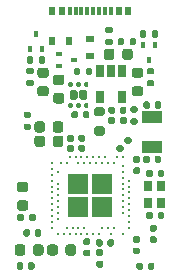
<source format=gbr>
%TF.GenerationSoftware,KiCad,Pcbnew,(5.1.9)-1*%
%TF.CreationDate,2021-01-22T02:53:34+08:00*%
%TF.ProjectId,akami,616b616d-692e-46b6-9963-61645f706362,rev?*%
%TF.SameCoordinates,Original*%
%TF.FileFunction,Paste,Top*%
%TF.FilePolarity,Positive*%
%FSLAX46Y46*%
G04 Gerber Fmt 4.6, Leading zero omitted, Abs format (unit mm)*
G04 Created by KiCad (PCBNEW (5.1.9)-1) date 2021-01-22 02:53:34*
%MOMM*%
%LPD*%
G01*
G04 APERTURE LIST*
%ADD10R,0.700000X0.600000*%
%ADD11R,0.600000X0.700000*%
%ADD12R,0.400000X0.510000*%
%ADD13R,0.510000X0.400000*%
%ADD14R,0.650000X1.060000*%
%ADD15R,1.800000X1.000000*%
%ADD16R,0.800000X0.900000*%
%ADD17R,0.300000X0.800000*%
%ADD18R,0.540000X0.800000*%
%ADD19R,1.700000X1.700000*%
%ADD20C,0.250000*%
G04 APERTURE END LIST*
%TO.C,D1*%
G36*
G01*
X-3743750Y4950000D02*
X-4256250Y4950000D01*
G75*
G02*
X-4475000Y5168750I0J218750D01*
G01*
X-4475000Y5606250D01*
G75*
G02*
X-4256250Y5825000I218750J0D01*
G01*
X-3743750Y5825000D01*
G75*
G02*
X-3525000Y5606250I0J-218750D01*
G01*
X-3525000Y5168750D01*
G75*
G02*
X-3743750Y4950000I-218750J0D01*
G01*
G37*
G36*
G01*
X-3743750Y3375000D02*
X-4256250Y3375000D01*
G75*
G02*
X-4475000Y3593750I0J218750D01*
G01*
X-4475000Y4031250D01*
G75*
G02*
X-4256250Y4250000I218750J0D01*
G01*
X-3743750Y4250000D01*
G75*
G02*
X-3525000Y4031250I0J-218750D01*
G01*
X-3525000Y3593750D01*
G75*
G02*
X-3743750Y3375000I-218750J0D01*
G01*
G37*
%TD*%
%TO.C,D3*%
G36*
G01*
X4256250Y4950000D02*
X3743750Y4950000D01*
G75*
G02*
X3525000Y5168750I0J218750D01*
G01*
X3525000Y5606250D01*
G75*
G02*
X3743750Y5825000I218750J0D01*
G01*
X4256250Y5825000D01*
G75*
G02*
X4475000Y5606250I0J-218750D01*
G01*
X4475000Y5168750D01*
G75*
G02*
X4256250Y4950000I-218750J0D01*
G01*
G37*
G36*
G01*
X4256250Y3375000D02*
X3743750Y3375000D01*
G75*
G02*
X3525000Y3593750I0J218750D01*
G01*
X3525000Y4031250D01*
G75*
G02*
X3743750Y4250000I218750J0D01*
G01*
X4256250Y4250000D01*
G75*
G02*
X4475000Y4031250I0J-218750D01*
G01*
X4475000Y3593750D01*
G75*
G02*
X4256250Y3375000I-218750J0D01*
G01*
G37*
%TD*%
D10*
%TO.C,D2*%
X0Y6800000D03*
X0Y8200000D03*
%TD*%
D11*
%TO.C,D4*%
X-1800000Y8100000D03*
X-3200000Y8100000D03*
%TD*%
D12*
%TO.C,Q1*%
X4470000Y7745000D03*
X4970000Y6455000D03*
X5470000Y7745000D03*
%TD*%
D13*
%TO.C,Q2*%
X-2670000Y5930000D03*
X-1380000Y6430000D03*
X-2670000Y6930000D03*
%TD*%
D12*
%TO.C,Q3*%
X-4110000Y7365000D03*
X-4610000Y8655000D03*
X-5110000Y7365000D03*
%TD*%
%TO.C,U3*%
G36*
G01*
X-427500Y3065000D02*
X-772500Y3065000D01*
G75*
G02*
X-945000Y3237500I0J172500D01*
G01*
X-945000Y3762500D01*
G75*
G02*
X-772500Y3935000I172500J0D01*
G01*
X-427500Y3935000D01*
G75*
G02*
X-255000Y3762500I0J-172500D01*
G01*
X-255000Y3237500D01*
G75*
G02*
X-427500Y3065000I-172500J0D01*
G01*
G37*
G36*
G01*
X-1227500Y3065000D02*
X-1572500Y3065000D01*
G75*
G02*
X-1745000Y3237500I0J172500D01*
G01*
X-1745000Y3762500D01*
G75*
G02*
X-1572500Y3935000I172500J0D01*
G01*
X-1227500Y3935000D01*
G75*
G02*
X-1055000Y3762500I0J-172500D01*
G01*
X-1055000Y3237500D01*
G75*
G02*
X-1227500Y3065000I-172500J0D01*
G01*
G37*
G36*
G01*
X-1543750Y4200000D02*
X-1756250Y4200000D01*
G75*
G02*
X-1850000Y4293750I0J93750D01*
G01*
X-1850000Y4481250D01*
G75*
G02*
X-1756250Y4575000I93750J0D01*
G01*
X-1543750Y4575000D01*
G75*
G02*
X-1450000Y4481250I0J-93750D01*
G01*
X-1450000Y4293750D01*
G75*
G02*
X-1543750Y4200000I-93750J0D01*
G01*
G37*
G36*
G01*
X-893750Y4200000D02*
X-1106250Y4200000D01*
G75*
G02*
X-1200000Y4293750I0J93750D01*
G01*
X-1200000Y4481250D01*
G75*
G02*
X-1106250Y4575000I93750J0D01*
G01*
X-893750Y4575000D01*
G75*
G02*
X-800000Y4481250I0J-93750D01*
G01*
X-800000Y4293750D01*
G75*
G02*
X-893750Y4200000I-93750J0D01*
G01*
G37*
G36*
G01*
X-243750Y4200000D02*
X-456250Y4200000D01*
G75*
G02*
X-550000Y4293750I0J93750D01*
G01*
X-550000Y4481250D01*
G75*
G02*
X-456250Y4575000I93750J0D01*
G01*
X-243750Y4575000D01*
G75*
G02*
X-150000Y4481250I0J-93750D01*
G01*
X-150000Y4293750D01*
G75*
G02*
X-243750Y4200000I-93750J0D01*
G01*
G37*
G36*
G01*
X-243750Y2425000D02*
X-456250Y2425000D01*
G75*
G02*
X-550000Y2518750I0J93750D01*
G01*
X-550000Y2706250D01*
G75*
G02*
X-456250Y2800000I93750J0D01*
G01*
X-243750Y2800000D01*
G75*
G02*
X-150000Y2706250I0J-93750D01*
G01*
X-150000Y2518750D01*
G75*
G02*
X-243750Y2425000I-93750J0D01*
G01*
G37*
G36*
G01*
X-893750Y2425000D02*
X-1106250Y2425000D01*
G75*
G02*
X-1200000Y2518750I0J93750D01*
G01*
X-1200000Y2706250D01*
G75*
G02*
X-1106250Y2800000I93750J0D01*
G01*
X-893750Y2800000D01*
G75*
G02*
X-800000Y2706250I0J-93750D01*
G01*
X-800000Y2518750D01*
G75*
G02*
X-893750Y2425000I-93750J0D01*
G01*
G37*
G36*
G01*
X-1543750Y2425000D02*
X-1756250Y2425000D01*
G75*
G02*
X-1850000Y2518750I0J93750D01*
G01*
X-1850000Y2706250D01*
G75*
G02*
X-1756250Y2800000I93750J0D01*
G01*
X-1543750Y2800000D01*
G75*
G02*
X-1450000Y2706250I0J-93750D01*
G01*
X-1450000Y2518750D01*
G75*
G02*
X-1543750Y2425000I-93750J0D01*
G01*
G37*
%TD*%
%TO.C,R2*%
G36*
G01*
X-4850000Y6655000D02*
X-4850000Y6285000D01*
G75*
G02*
X-4985000Y6150000I-135000J0D01*
G01*
X-5255000Y6150000D01*
G75*
G02*
X-5390000Y6285000I0J135000D01*
G01*
X-5390000Y6655000D01*
G75*
G02*
X-5255000Y6790000I135000J0D01*
G01*
X-4985000Y6790000D01*
G75*
G02*
X-4850000Y6655000I0J-135000D01*
G01*
G37*
G36*
G01*
X-3830000Y6655000D02*
X-3830000Y6285000D01*
G75*
G02*
X-3965000Y6150000I-135000J0D01*
G01*
X-4235000Y6150000D01*
G75*
G02*
X-4370000Y6285000I0J135000D01*
G01*
X-4370000Y6655000D01*
G75*
G02*
X-4235000Y6790000I135000J0D01*
G01*
X-3965000Y6790000D01*
G75*
G02*
X-3830000Y6655000I0J-135000D01*
G01*
G37*
%TD*%
%TO.C,R1*%
G36*
G01*
X5210000Y8455000D02*
X5210000Y8825000D01*
G75*
G02*
X5345000Y8960000I135000J0D01*
G01*
X5615000Y8960000D01*
G75*
G02*
X5750000Y8825000I0J-135000D01*
G01*
X5750000Y8455000D01*
G75*
G02*
X5615000Y8320000I-135000J0D01*
G01*
X5345000Y8320000D01*
G75*
G02*
X5210000Y8455000I0J135000D01*
G01*
G37*
G36*
G01*
X4190000Y8455000D02*
X4190000Y8825000D01*
G75*
G02*
X4325000Y8960000I135000J0D01*
G01*
X4595000Y8960000D01*
G75*
G02*
X4730000Y8825000I0J-135000D01*
G01*
X4730000Y8455000D01*
G75*
G02*
X4595000Y8320000I-135000J0D01*
G01*
X4325000Y8320000D01*
G75*
G02*
X4190000Y8455000I0J135000D01*
G01*
G37*
%TD*%
%TO.C,C24*%
G36*
G01*
X-1590000Y1660000D02*
X-1590000Y2000000D01*
G75*
G02*
X-1450000Y2140000I140000J0D01*
G01*
X-1170000Y2140000D01*
G75*
G02*
X-1030000Y2000000I0J-140000D01*
G01*
X-1030000Y1660000D01*
G75*
G02*
X-1170000Y1520000I-140000J0D01*
G01*
X-1450000Y1520000D01*
G75*
G02*
X-1590000Y1660000I0J140000D01*
G01*
G37*
G36*
G01*
X-630000Y1660000D02*
X-630000Y2000000D01*
G75*
G02*
X-490000Y2140000I140000J0D01*
G01*
X-210000Y2140000D01*
G75*
G02*
X-70000Y2000000I0J-140000D01*
G01*
X-70000Y1660000D01*
G75*
G02*
X-210000Y1520000I-140000J0D01*
G01*
X-490000Y1520000D01*
G75*
G02*
X-630000Y1660000I0J140000D01*
G01*
G37*
%TD*%
D14*
%TO.C,U2*%
X2700000Y3300000D03*
X800000Y3300000D03*
X800000Y5500000D03*
X1750000Y5500000D03*
X2700000Y5500000D03*
%TD*%
D15*
%TO.C,Y2*%
X5250000Y-900000D03*
X5250000Y1600000D03*
%TD*%
%TO.C,R11*%
G36*
G01*
X495000Y840000D02*
X1045000Y840000D01*
G75*
G02*
X1245000Y640000I0J-200000D01*
G01*
X1245000Y240000D01*
G75*
G02*
X1045000Y40000I-200000J0D01*
G01*
X495000Y40000D01*
G75*
G02*
X295000Y240000I0J200000D01*
G01*
X295000Y640000D01*
G75*
G02*
X495000Y840000I200000J0D01*
G01*
G37*
G36*
G01*
X495000Y2490000D02*
X1045000Y2490000D01*
G75*
G02*
X1245000Y2290000I0J-200000D01*
G01*
X1245000Y1890000D01*
G75*
G02*
X1045000Y1690000I-200000J0D01*
G01*
X495000Y1690000D01*
G75*
G02*
X295000Y1890000I0J200000D01*
G01*
X295000Y2290000D01*
G75*
G02*
X495000Y2490000I200000J0D01*
G01*
G37*
%TD*%
%TO.C,C16*%
G36*
G01*
X-5500000Y-9375000D02*
X-5500000Y-9875000D01*
G75*
G02*
X-5725000Y-10100000I-225000J0D01*
G01*
X-6175000Y-10100000D01*
G75*
G02*
X-6400000Y-9875000I0J225000D01*
G01*
X-6400000Y-9375000D01*
G75*
G02*
X-6175000Y-9150000I225000J0D01*
G01*
X-5725000Y-9150000D01*
G75*
G02*
X-5500000Y-9375000I0J-225000D01*
G01*
G37*
G36*
G01*
X-3950000Y-9375000D02*
X-3950000Y-9875000D01*
G75*
G02*
X-4175000Y-10100000I-225000J0D01*
G01*
X-4625000Y-10100000D01*
G75*
G02*
X-4850000Y-9875000I0J225000D01*
G01*
X-4850000Y-9375000D01*
G75*
G02*
X-4625000Y-9150000I225000J0D01*
G01*
X-4175000Y-9150000D01*
G75*
G02*
X-3950000Y-9375000I0J-225000D01*
G01*
G37*
%TD*%
%TO.C,C22*%
G36*
G01*
X3730000Y-9425000D02*
X4070000Y-9425000D01*
G75*
G02*
X4210000Y-9565000I0J-140000D01*
G01*
X4210000Y-9845000D01*
G75*
G02*
X4070000Y-9985000I-140000J0D01*
G01*
X3730000Y-9985000D01*
G75*
G02*
X3590000Y-9845000I0J140000D01*
G01*
X3590000Y-9565000D01*
G75*
G02*
X3730000Y-9425000I140000J0D01*
G01*
G37*
G36*
G01*
X3730000Y-8465000D02*
X4070000Y-8465000D01*
G75*
G02*
X4210000Y-8605000I0J-140000D01*
G01*
X4210000Y-8885000D01*
G75*
G02*
X4070000Y-9025000I-140000J0D01*
G01*
X3730000Y-9025000D01*
G75*
G02*
X3590000Y-8885000I0J140000D01*
G01*
X3590000Y-8605000D01*
G75*
G02*
X3730000Y-8465000I140000J0D01*
G01*
G37*
%TD*%
%TO.C,R4*%
G36*
G01*
X3080000Y1510000D02*
X3080000Y1140000D01*
G75*
G02*
X2945000Y1005000I-135000J0D01*
G01*
X2675000Y1005000D01*
G75*
G02*
X2540000Y1140000I0J135000D01*
G01*
X2540000Y1510000D01*
G75*
G02*
X2675000Y1645000I135000J0D01*
G01*
X2945000Y1645000D01*
G75*
G02*
X3080000Y1510000I0J-135000D01*
G01*
G37*
G36*
G01*
X2060000Y1510000D02*
X2060000Y1140000D01*
G75*
G02*
X1925000Y1005000I-135000J0D01*
G01*
X1655000Y1005000D01*
G75*
G02*
X1520000Y1140000I0J135000D01*
G01*
X1520000Y1510000D01*
G75*
G02*
X1655000Y1645000I135000J0D01*
G01*
X1925000Y1645000D01*
G75*
G02*
X2060000Y1510000I0J-135000D01*
G01*
G37*
%TD*%
%TO.C,R3*%
G36*
G01*
X-850000Y5675000D02*
X-850000Y5305000D01*
G75*
G02*
X-985000Y5170000I-135000J0D01*
G01*
X-1255000Y5170000D01*
G75*
G02*
X-1390000Y5305000I0J135000D01*
G01*
X-1390000Y5675000D01*
G75*
G02*
X-1255000Y5810000I135000J0D01*
G01*
X-985000Y5810000D01*
G75*
G02*
X-850000Y5675000I0J-135000D01*
G01*
G37*
G36*
G01*
X170000Y5675000D02*
X170000Y5305000D01*
G75*
G02*
X35000Y5170000I-135000J0D01*
G01*
X-235000Y5170000D01*
G75*
G02*
X-370000Y5305000I0J135000D01*
G01*
X-370000Y5675000D01*
G75*
G02*
X-235000Y5810000I135000J0D01*
G01*
X35000Y5810000D01*
G75*
G02*
X170000Y5675000I0J-135000D01*
G01*
G37*
%TD*%
%TO.C,R10*%
G36*
G01*
X2850000Y8195000D02*
X2850000Y7825000D01*
G75*
G02*
X2715000Y7690000I-135000J0D01*
G01*
X2445000Y7690000D01*
G75*
G02*
X2310000Y7825000I0J135000D01*
G01*
X2310000Y8195000D01*
G75*
G02*
X2445000Y8330000I135000J0D01*
G01*
X2715000Y8330000D01*
G75*
G02*
X2850000Y8195000I0J-135000D01*
G01*
G37*
G36*
G01*
X3870000Y8195000D02*
X3870000Y7825000D01*
G75*
G02*
X3735000Y7690000I-135000J0D01*
G01*
X3465000Y7690000D01*
G75*
G02*
X3330000Y7825000I0J135000D01*
G01*
X3330000Y8195000D01*
G75*
G02*
X3465000Y8330000I135000J0D01*
G01*
X3735000Y8330000D01*
G75*
G02*
X3870000Y8195000I0J-135000D01*
G01*
G37*
%TD*%
D16*
%TO.C,Y1*%
X5950000Y-5625000D03*
X5950000Y-4225000D03*
X4850000Y-4225000D03*
X4850000Y-5625000D03*
%TD*%
D17*
%TO.C,J1*%
X-1749700Y10573200D03*
X1250300Y10573200D03*
X250300Y10573200D03*
X-249700Y10573200D03*
X750300Y10573200D03*
X-749700Y10573200D03*
D18*
X-2399700Y10573200D03*
X2400300Y10573200D03*
X3200300Y10573200D03*
X-3199700Y10573200D03*
D17*
X-1249700Y10573200D03*
X1758300Y10573200D03*
%TD*%
D19*
%TO.C,U1*%
X-1000000Y-6000000D03*
X-1000000Y-4000000D03*
X1000000Y-6000000D03*
X1000000Y-4000000D03*
D20*
X2750000Y-8250000D03*
X2000000Y-7750000D03*
X3250000Y-3750000D03*
X2750000Y-2500000D03*
X-2750000Y-7000000D03*
X-3250000Y-7750000D03*
X-3250000Y-2250000D03*
X-2500000Y-2250000D03*
X-2000000Y-2250000D03*
X-1750000Y-1750000D03*
X-1250000Y-1750000D03*
X-750000Y-1750000D03*
X-250000Y-1750000D03*
X250000Y-1750000D03*
X750000Y-1750000D03*
X1250000Y-1750000D03*
X-1000000Y-2250000D03*
X-500000Y-2250000D03*
X0Y-2250000D03*
X500000Y-2250000D03*
X1000000Y-2250000D03*
X1500000Y-2250000D03*
X2250000Y-1750000D03*
X2000000Y-2250000D03*
X2750000Y-1750000D03*
X-3250000Y-2750000D03*
X-3250000Y-3250000D03*
X-3250000Y-3750000D03*
X-3250000Y-4250000D03*
X-3250000Y-4750000D03*
X-3250000Y-5250000D03*
X-3250000Y-5750000D03*
X-3250000Y-6250000D03*
X-3250000Y-6750000D03*
X-3250000Y-7250000D03*
X-2750000Y-6500000D03*
X-2750000Y-6000000D03*
X-2750000Y-5500000D03*
X-2750000Y-5000000D03*
X-2750000Y-4500000D03*
X-2750000Y-4000000D03*
X-2750000Y-3000000D03*
X2750000Y-3000000D03*
X2750000Y-3500000D03*
X2750000Y-4000000D03*
X2750000Y-4500000D03*
X2750000Y-5000000D03*
X2750000Y-5500000D03*
X2750000Y-6000000D03*
X2750000Y-6500000D03*
X3250000Y-4250000D03*
X3250000Y-4750000D03*
X3250000Y-5250000D03*
X3250000Y-5750000D03*
X3250000Y-6250000D03*
X3250000Y-6750000D03*
X3250000Y-7250000D03*
X3250000Y-7750000D03*
X1500000Y-7750000D03*
X1000000Y-7750000D03*
X-500000Y-7750000D03*
X-1000000Y-7750000D03*
X-1500000Y-7750000D03*
X-2000000Y-7750000D03*
X1750000Y-8250000D03*
X750000Y-8250000D03*
X250000Y-8250000D03*
X-250000Y-8250000D03*
X-750000Y-8250000D03*
X-1250000Y-8250000D03*
X-1750000Y-8250000D03*
X-2250000Y-8250000D03*
X-2750000Y-8250000D03*
%TD*%
%TO.C,R9*%
G36*
G01*
X1415000Y8260000D02*
X1785000Y8260000D01*
G75*
G02*
X1920000Y8125000I0J-135000D01*
G01*
X1920000Y7855000D01*
G75*
G02*
X1785000Y7720000I-135000J0D01*
G01*
X1415000Y7720000D01*
G75*
G02*
X1280000Y7855000I0J135000D01*
G01*
X1280000Y8125000D01*
G75*
G02*
X1415000Y8260000I135000J0D01*
G01*
G37*
G36*
G01*
X1415000Y9280000D02*
X1785000Y9280000D01*
G75*
G02*
X1920000Y9145000I0J-135000D01*
G01*
X1920000Y8875000D01*
G75*
G02*
X1785000Y8740000I-135000J0D01*
G01*
X1415000Y8740000D01*
G75*
G02*
X1280000Y8875000I0J135000D01*
G01*
X1280000Y9145000D01*
G75*
G02*
X1415000Y9280000I135000J0D01*
G01*
G37*
%TD*%
%TO.C,R8*%
G36*
G01*
X4915000Y4760000D02*
X5285000Y4760000D01*
G75*
G02*
X5420000Y4625000I0J-135000D01*
G01*
X5420000Y4355000D01*
G75*
G02*
X5285000Y4220000I-135000J0D01*
G01*
X4915000Y4220000D01*
G75*
G02*
X4780000Y4355000I0J135000D01*
G01*
X4780000Y4625000D01*
G75*
G02*
X4915000Y4760000I135000J0D01*
G01*
G37*
G36*
G01*
X4915000Y5780000D02*
X5285000Y5780000D01*
G75*
G02*
X5420000Y5645000I0J-135000D01*
G01*
X5420000Y5375000D01*
G75*
G02*
X5285000Y5240000I-135000J0D01*
G01*
X4915000Y5240000D01*
G75*
G02*
X4780000Y5375000I0J135000D01*
G01*
X4780000Y5645000D01*
G75*
G02*
X4915000Y5780000I135000J0D01*
G01*
G37*
%TD*%
%TO.C,R7*%
G36*
G01*
X3885000Y2000000D02*
X3515000Y2000000D01*
G75*
G02*
X3380000Y2135000I0J135000D01*
G01*
X3380000Y2405000D01*
G75*
G02*
X3515000Y2540000I135000J0D01*
G01*
X3885000Y2540000D01*
G75*
G02*
X4020000Y2405000I0J-135000D01*
G01*
X4020000Y2135000D01*
G75*
G02*
X3885000Y2000000I-135000J0D01*
G01*
G37*
G36*
G01*
X3885000Y980000D02*
X3515000Y980000D01*
G75*
G02*
X3380000Y1115000I0J135000D01*
G01*
X3380000Y1385000D01*
G75*
G02*
X3515000Y1520000I135000J0D01*
G01*
X3885000Y1520000D01*
G75*
G02*
X4020000Y1385000I0J-135000D01*
G01*
X4020000Y1115000D01*
G75*
G02*
X3885000Y980000I-135000J0D01*
G01*
G37*
%TD*%
%TO.C,R6*%
G36*
G01*
X-5515000Y1070000D02*
X-5145000Y1070000D01*
G75*
G02*
X-5010000Y935000I0J-135000D01*
G01*
X-5010000Y665000D01*
G75*
G02*
X-5145000Y530000I-135000J0D01*
G01*
X-5515000Y530000D01*
G75*
G02*
X-5650000Y665000I0J135000D01*
G01*
X-5650000Y935000D01*
G75*
G02*
X-5515000Y1070000I135000J0D01*
G01*
G37*
G36*
G01*
X-5515000Y2090000D02*
X-5145000Y2090000D01*
G75*
G02*
X-5010000Y1955000I0J-135000D01*
G01*
X-5010000Y1685000D01*
G75*
G02*
X-5145000Y1550000I-135000J0D01*
G01*
X-5515000Y1550000D01*
G75*
G02*
X-5650000Y1685000I0J135000D01*
G01*
X-5650000Y1955000D01*
G75*
G02*
X-5515000Y2090000I135000J0D01*
G01*
G37*
%TD*%
%TO.C,R5*%
G36*
G01*
X-5285000Y5780000D02*
X-4915000Y5780000D01*
G75*
G02*
X-4780000Y5645000I0J-135000D01*
G01*
X-4780000Y5375000D01*
G75*
G02*
X-4915000Y5240000I-135000J0D01*
G01*
X-5285000Y5240000D01*
G75*
G02*
X-5420000Y5375000I0J135000D01*
G01*
X-5420000Y5645000D01*
G75*
G02*
X-5285000Y5780000I135000J0D01*
G01*
G37*
G36*
G01*
X-5285000Y4760000D02*
X-4915000Y4760000D01*
G75*
G02*
X-4780000Y4625000I0J-135000D01*
G01*
X-4780000Y4355000D01*
G75*
G02*
X-4915000Y4220000I-135000J0D01*
G01*
X-5285000Y4220000D01*
G75*
G02*
X-5420000Y4355000I0J135000D01*
G01*
X-5420000Y4625000D01*
G75*
G02*
X-5285000Y4760000I135000J0D01*
G01*
G37*
%TD*%
%TO.C,L3*%
G36*
G01*
X-5468750Y-4725000D02*
X-5981250Y-4725000D01*
G75*
G02*
X-6200000Y-4506250I0J218750D01*
G01*
X-6200000Y-4068750D01*
G75*
G02*
X-5981250Y-3850000I218750J0D01*
G01*
X-5468750Y-3850000D01*
G75*
G02*
X-5250000Y-4068750I0J-218750D01*
G01*
X-5250000Y-4506250D01*
G75*
G02*
X-5468750Y-4725000I-218750J0D01*
G01*
G37*
G36*
G01*
X-5468750Y-6300000D02*
X-5981250Y-6300000D01*
G75*
G02*
X-6200000Y-6081250I0J218750D01*
G01*
X-6200000Y-5643750D01*
G75*
G02*
X-5981250Y-5425000I218750J0D01*
G01*
X-5468750Y-5425000D01*
G75*
G02*
X-5250000Y-5643750I0J-218750D01*
G01*
X-5250000Y-6081250D01*
G75*
G02*
X-5468750Y-6300000I-218750J0D01*
G01*
G37*
%TD*%
%TO.C,L2*%
G36*
G01*
X-5195000Y-7047500D02*
X-5195000Y-6702500D01*
G75*
G02*
X-5047500Y-6555000I147500J0D01*
G01*
X-4752500Y-6555000D01*
G75*
G02*
X-4605000Y-6702500I0J-147500D01*
G01*
X-4605000Y-7047500D01*
G75*
G02*
X-4752500Y-7195000I-147500J0D01*
G01*
X-5047500Y-7195000D01*
G75*
G02*
X-5195000Y-7047500I0J147500D01*
G01*
G37*
G36*
G01*
X-6165000Y-7047500D02*
X-6165000Y-6702500D01*
G75*
G02*
X-6017500Y-6555000I147500J0D01*
G01*
X-5722500Y-6555000D01*
G75*
G02*
X-5575000Y-6702500I0J-147500D01*
G01*
X-5575000Y-7047500D01*
G75*
G02*
X-5722500Y-7195000I-147500J0D01*
G01*
X-6017500Y-7195000D01*
G75*
G02*
X-6165000Y-7047500I0J147500D01*
G01*
G37*
%TD*%
%TO.C,L1*%
G36*
G01*
X972500Y-10145000D02*
X627500Y-10145000D01*
G75*
G02*
X480000Y-9997500I0J147500D01*
G01*
X480000Y-9702500D01*
G75*
G02*
X627500Y-9555000I147500J0D01*
G01*
X972500Y-9555000D01*
G75*
G02*
X1120000Y-9702500I0J-147500D01*
G01*
X1120000Y-9997500D01*
G75*
G02*
X972500Y-10145000I-147500J0D01*
G01*
G37*
G36*
G01*
X972500Y-11115000D02*
X627500Y-11115000D01*
G75*
G02*
X480000Y-10967500I0J147500D01*
G01*
X480000Y-10672500D01*
G75*
G02*
X627500Y-10525000I147500J0D01*
G01*
X972500Y-10525000D01*
G75*
G02*
X1120000Y-10672500I0J-147500D01*
G01*
X1120000Y-10967500D01*
G75*
G02*
X972500Y-11115000I-147500J0D01*
G01*
G37*
%TD*%
%TO.C,C21*%
G36*
G01*
X2700000Y6690000D02*
X2700000Y7190000D01*
G75*
G02*
X2925000Y7415000I225000J0D01*
G01*
X3375000Y7415000D01*
G75*
G02*
X3600000Y7190000I0J-225000D01*
G01*
X3600000Y6690000D01*
G75*
G02*
X3375000Y6465000I-225000J0D01*
G01*
X2925000Y6465000D01*
G75*
G02*
X2700000Y6690000I0J225000D01*
G01*
G37*
G36*
G01*
X1150000Y6690000D02*
X1150000Y7190000D01*
G75*
G02*
X1375000Y7415000I225000J0D01*
G01*
X1825000Y7415000D01*
G75*
G02*
X2050000Y7190000I0J-225000D01*
G01*
X2050000Y6690000D01*
G75*
G02*
X1825000Y6465000I-225000J0D01*
G01*
X1375000Y6465000D01*
G75*
G02*
X1150000Y6690000I0J225000D01*
G01*
G37*
%TD*%
%TO.C,C20*%
G36*
G01*
X-2425000Y4325000D02*
X-2925000Y4325000D01*
G75*
G02*
X-3150000Y4550000I0J225000D01*
G01*
X-3150000Y5000000D01*
G75*
G02*
X-2925000Y5225000I225000J0D01*
G01*
X-2425000Y5225000D01*
G75*
G02*
X-2200000Y5000000I0J-225000D01*
G01*
X-2200000Y4550000D01*
G75*
G02*
X-2425000Y4325000I-225000J0D01*
G01*
G37*
G36*
G01*
X-2425000Y2775000D02*
X-2925000Y2775000D01*
G75*
G02*
X-3150000Y3000000I0J225000D01*
G01*
X-3150000Y3450000D01*
G75*
G02*
X-2925000Y3675000I225000J0D01*
G01*
X-2425000Y3675000D01*
G75*
G02*
X-2200000Y3450000I0J-225000D01*
G01*
X-2200000Y3000000D01*
G75*
G02*
X-2425000Y2775000I-225000J0D01*
G01*
G37*
%TD*%
%TO.C,C19*%
G36*
G01*
X1540000Y2030000D02*
X1540000Y2370000D01*
G75*
G02*
X1680000Y2510000I140000J0D01*
G01*
X1960000Y2510000D01*
G75*
G02*
X2100000Y2370000I0J-140000D01*
G01*
X2100000Y2030000D01*
G75*
G02*
X1960000Y1890000I-140000J0D01*
G01*
X1680000Y1890000D01*
G75*
G02*
X1540000Y2030000I0J140000D01*
G01*
G37*
G36*
G01*
X2500000Y2030000D02*
X2500000Y2370000D01*
G75*
G02*
X2640000Y2510000I140000J0D01*
G01*
X2920000Y2510000D01*
G75*
G02*
X3060000Y2370000I0J-140000D01*
G01*
X3060000Y2030000D01*
G75*
G02*
X2920000Y1890000I-140000J0D01*
G01*
X2640000Y1890000D01*
G75*
G02*
X2500000Y2030000I0J140000D01*
G01*
G37*
%TD*%
%TO.C,C18*%
G36*
G01*
X6015000Y2820000D02*
X6015000Y2480000D01*
G75*
G02*
X5875000Y2340000I-140000J0D01*
G01*
X5595000Y2340000D01*
G75*
G02*
X5455000Y2480000I0J140000D01*
G01*
X5455000Y2820000D01*
G75*
G02*
X5595000Y2960000I140000J0D01*
G01*
X5875000Y2960000D01*
G75*
G02*
X6015000Y2820000I0J-140000D01*
G01*
G37*
G36*
G01*
X5055000Y2820000D02*
X5055000Y2480000D01*
G75*
G02*
X4915000Y2340000I-140000J0D01*
G01*
X4635000Y2340000D01*
G75*
G02*
X4495000Y2480000I0J140000D01*
G01*
X4495000Y2820000D01*
G75*
G02*
X4635000Y2960000I140000J0D01*
G01*
X4915000Y2960000D01*
G75*
G02*
X5055000Y2820000I0J-140000D01*
G01*
G37*
%TD*%
%TO.C,C17*%
G36*
G01*
X5050000Y-1780000D02*
X5050000Y-2120000D01*
G75*
G02*
X4910000Y-2260000I-140000J0D01*
G01*
X4630000Y-2260000D01*
G75*
G02*
X4490000Y-2120000I0J140000D01*
G01*
X4490000Y-1780000D01*
G75*
G02*
X4630000Y-1640000I140000J0D01*
G01*
X4910000Y-1640000D01*
G75*
G02*
X5050000Y-1780000I0J-140000D01*
G01*
G37*
G36*
G01*
X6010000Y-1780000D02*
X6010000Y-2120000D01*
G75*
G02*
X5870000Y-2260000I-140000J0D01*
G01*
X5590000Y-2260000D01*
G75*
G02*
X5450000Y-2120000I0J140000D01*
G01*
X5450000Y-1780000D01*
G75*
G02*
X5590000Y-1640000I140000J0D01*
G01*
X5870000Y-1640000D01*
G75*
G02*
X6010000Y-1780000I0J-140000D01*
G01*
G37*
%TD*%
%TO.C,C15*%
G36*
G01*
X-5680000Y-10805000D02*
X-5680000Y-11145000D01*
G75*
G02*
X-5820000Y-11285000I-140000J0D01*
G01*
X-6100000Y-11285000D01*
G75*
G02*
X-6240000Y-11145000I0J140000D01*
G01*
X-6240000Y-10805000D01*
G75*
G02*
X-6100000Y-10665000I140000J0D01*
G01*
X-5820000Y-10665000D01*
G75*
G02*
X-5680000Y-10805000I0J-140000D01*
G01*
G37*
G36*
G01*
X-4720000Y-10805000D02*
X-4720000Y-11145000D01*
G75*
G02*
X-4860000Y-11285000I-140000J0D01*
G01*
X-5140000Y-11285000D01*
G75*
G02*
X-5280000Y-11145000I0J140000D01*
G01*
X-5280000Y-10805000D01*
G75*
G02*
X-5140000Y-10665000I140000J0D01*
G01*
X-4860000Y-10665000D01*
G75*
G02*
X-4720000Y-10805000I0J-140000D01*
G01*
G37*
%TD*%
%TO.C,C14*%
G36*
G01*
X-4740000Y540000D02*
X-4740000Y1040000D01*
G75*
G02*
X-4515000Y1265000I225000J0D01*
G01*
X-4065000Y1265000D01*
G75*
G02*
X-3840000Y1040000I0J-225000D01*
G01*
X-3840000Y540000D01*
G75*
G02*
X-4065000Y315000I-225000J0D01*
G01*
X-4515000Y315000D01*
G75*
G02*
X-4740000Y540000I0J225000D01*
G01*
G37*
G36*
G01*
X-3190000Y540000D02*
X-3190000Y1040000D01*
G75*
G02*
X-2965000Y1265000I225000J0D01*
G01*
X-2515000Y1265000D01*
G75*
G02*
X-2290000Y1040000I0J-225000D01*
G01*
X-2290000Y540000D01*
G75*
G02*
X-2515000Y315000I-225000J0D01*
G01*
X-2965000Y315000D01*
G75*
G02*
X-3190000Y540000I0J225000D01*
G01*
G37*
%TD*%
%TO.C,C13*%
G36*
G01*
X-2275000Y-170000D02*
X-2275000Y-670000D01*
G75*
G02*
X-2500000Y-895000I-225000J0D01*
G01*
X-2950000Y-895000D01*
G75*
G02*
X-3175000Y-670000I0J225000D01*
G01*
X-3175000Y-170000D01*
G75*
G02*
X-2950000Y55000I225000J0D01*
G01*
X-2500000Y55000D01*
G75*
G02*
X-2275000Y-170000I0J-225000D01*
G01*
G37*
G36*
G01*
X-3825000Y-170000D02*
X-3825000Y-670000D01*
G75*
G02*
X-4050000Y-895000I-225000J0D01*
G01*
X-4500000Y-895000D01*
G75*
G02*
X-4725000Y-670000I0J225000D01*
G01*
X-4725000Y-170000D01*
G75*
G02*
X-4500000Y55000I225000J0D01*
G01*
X-4050000Y55000D01*
G75*
G02*
X-3825000Y-170000I0J-225000D01*
G01*
G37*
%TD*%
%TO.C,C12*%
G36*
G01*
X-470000Y-9600000D02*
X-130000Y-9600000D01*
G75*
G02*
X10000Y-9740000I0J-140000D01*
G01*
X10000Y-10020000D01*
G75*
G02*
X-130000Y-10160000I-140000J0D01*
G01*
X-470000Y-10160000D01*
G75*
G02*
X-610000Y-10020000I0J140000D01*
G01*
X-610000Y-9740000D01*
G75*
G02*
X-470000Y-9600000I140000J0D01*
G01*
G37*
G36*
G01*
X-470000Y-8640000D02*
X-130000Y-8640000D01*
G75*
G02*
X10000Y-8780000I0J-140000D01*
G01*
X10000Y-9060000D01*
G75*
G02*
X-130000Y-9200000I-140000J0D01*
G01*
X-470000Y-9200000D01*
G75*
G02*
X-610000Y-9060000I0J140000D01*
G01*
X-610000Y-8780000D01*
G75*
G02*
X-470000Y-8640000I140000J0D01*
G01*
G37*
%TD*%
%TO.C,C11*%
G36*
G01*
X5160000Y-8470000D02*
X5500000Y-8470000D01*
G75*
G02*
X5640000Y-8610000I0J-140000D01*
G01*
X5640000Y-8890000D01*
G75*
G02*
X5500000Y-9030000I-140000J0D01*
G01*
X5160000Y-9030000D01*
G75*
G02*
X5020000Y-8890000I0J140000D01*
G01*
X5020000Y-8610000D01*
G75*
G02*
X5160000Y-8470000I140000J0D01*
G01*
G37*
G36*
G01*
X5160000Y-7510000D02*
X5500000Y-7510000D01*
G75*
G02*
X5640000Y-7650000I0J-140000D01*
G01*
X5640000Y-7930000D01*
G75*
G02*
X5500000Y-8070000I-140000J0D01*
G01*
X5160000Y-8070000D01*
G75*
G02*
X5020000Y-7930000I0J140000D01*
G01*
X5020000Y-7650000D01*
G75*
G02*
X5160000Y-7510000I140000J0D01*
G01*
G37*
%TD*%
%TO.C,C10*%
G36*
G01*
X3122218Y-668198D02*
X2881802Y-427782D01*
G75*
G02*
X2881802Y-229792I98995J98995D01*
G01*
X3079792Y-31802D01*
G75*
G02*
X3277782Y-31802I98995J-98995D01*
G01*
X3518198Y-272218D01*
G75*
G02*
X3518198Y-470208I-98995J-98995D01*
G01*
X3320208Y-668198D01*
G75*
G02*
X3122218Y-668198I-98995J98995D01*
G01*
G37*
G36*
G01*
X2443396Y-1347020D02*
X2202980Y-1106604D01*
G75*
G02*
X2202980Y-908614I98995J98995D01*
G01*
X2400970Y-710624D01*
G75*
G02*
X2598960Y-710624I98995J-98995D01*
G01*
X2839376Y-951040D01*
G75*
G02*
X2839376Y-1149030I-98995J-98995D01*
G01*
X2641386Y-1347020D01*
G75*
G02*
X2443396Y-1347020I-98995J98995D01*
G01*
G37*
%TD*%
%TO.C,C9*%
G36*
G01*
X1050000Y-8850000D02*
X1050000Y-9190000D01*
G75*
G02*
X910000Y-9330000I-140000J0D01*
G01*
X630000Y-9330000D01*
G75*
G02*
X490000Y-9190000I0J140000D01*
G01*
X490000Y-8850000D01*
G75*
G02*
X630000Y-8710000I140000J0D01*
G01*
X910000Y-8710000D01*
G75*
G02*
X1050000Y-8850000I0J-140000D01*
G01*
G37*
G36*
G01*
X2010000Y-8850000D02*
X2010000Y-9190000D01*
G75*
G02*
X1870000Y-9330000I-140000J0D01*
G01*
X1590000Y-9330000D01*
G75*
G02*
X1450000Y-9190000I0J140000D01*
G01*
X1450000Y-8850000D01*
G75*
G02*
X1590000Y-8710000I140000J0D01*
G01*
X1870000Y-8710000D01*
G75*
G02*
X2010000Y-8850000I0J-140000D01*
G01*
G37*
%TD*%
%TO.C,C8*%
G36*
G01*
X-1960000Y-345000D02*
X-1960000Y-5000D01*
G75*
G02*
X-1820000Y135000I140000J0D01*
G01*
X-1540000Y135000D01*
G75*
G02*
X-1400000Y-5000I0J-140000D01*
G01*
X-1400000Y-345000D01*
G75*
G02*
X-1540000Y-485000I-140000J0D01*
G01*
X-1820000Y-485000D01*
G75*
G02*
X-1960000Y-345000I0J140000D01*
G01*
G37*
G36*
G01*
X-1000000Y-345000D02*
X-1000000Y-5000D01*
G75*
G02*
X-860000Y135000I140000J0D01*
G01*
X-580000Y135000D01*
G75*
G02*
X-440000Y-5000I0J-140000D01*
G01*
X-440000Y-345000D01*
G75*
G02*
X-580000Y-485000I-140000J0D01*
G01*
X-860000Y-485000D01*
G75*
G02*
X-1000000Y-345000I0J140000D01*
G01*
G37*
%TD*%
%TO.C,C7*%
G36*
G01*
X4740000Y-3320000D02*
X4740000Y-2980000D01*
G75*
G02*
X4880000Y-2840000I140000J0D01*
G01*
X5160000Y-2840000D01*
G75*
G02*
X5300000Y-2980000I0J-140000D01*
G01*
X5300000Y-3320000D01*
G75*
G02*
X5160000Y-3460000I-140000J0D01*
G01*
X4880000Y-3460000D01*
G75*
G02*
X4740000Y-3320000I0J140000D01*
G01*
G37*
G36*
G01*
X5700000Y-3320000D02*
X5700000Y-2980000D01*
G75*
G02*
X5840000Y-2840000I140000J0D01*
G01*
X6120000Y-2840000D01*
G75*
G02*
X6260000Y-2980000I0J-140000D01*
G01*
X6260000Y-3320000D01*
G75*
G02*
X6120000Y-3460000I-140000J0D01*
G01*
X5840000Y-3460000D01*
G75*
G02*
X5700000Y-3320000I0J140000D01*
G01*
G37*
%TD*%
%TO.C,C6*%
G36*
G01*
X6260000Y-6530000D02*
X6260000Y-6870000D01*
G75*
G02*
X6120000Y-7010000I-140000J0D01*
G01*
X5840000Y-7010000D01*
G75*
G02*
X5700000Y-6870000I0J140000D01*
G01*
X5700000Y-6530000D01*
G75*
G02*
X5840000Y-6390000I140000J0D01*
G01*
X6120000Y-6390000D01*
G75*
G02*
X6260000Y-6530000I0J-140000D01*
G01*
G37*
G36*
G01*
X5300000Y-6530000D02*
X5300000Y-6870000D01*
G75*
G02*
X5160000Y-7010000I-140000J0D01*
G01*
X4880000Y-7010000D01*
G75*
G02*
X4740000Y-6870000I0J140000D01*
G01*
X4740000Y-6530000D01*
G75*
G02*
X4880000Y-6390000I140000J0D01*
G01*
X5160000Y-6390000D01*
G75*
G02*
X5300000Y-6530000I0J-140000D01*
G01*
G37*
%TD*%
%TO.C,C5*%
G36*
G01*
X4870000Y-11170000D02*
X4870000Y-10830000D01*
G75*
G02*
X5010000Y-10690000I140000J0D01*
G01*
X5290000Y-10690000D01*
G75*
G02*
X5430000Y-10830000I0J-140000D01*
G01*
X5430000Y-11170000D01*
G75*
G02*
X5290000Y-11310000I-140000J0D01*
G01*
X5010000Y-11310000D01*
G75*
G02*
X4870000Y-11170000I0J140000D01*
G01*
G37*
G36*
G01*
X3910000Y-11170000D02*
X3910000Y-10830000D01*
G75*
G02*
X4050000Y-10690000I140000J0D01*
G01*
X4330000Y-10690000D01*
G75*
G02*
X4470000Y-10830000I0J-140000D01*
G01*
X4470000Y-11170000D01*
G75*
G02*
X4330000Y-11310000I-140000J0D01*
G01*
X4050000Y-11310000D01*
G75*
G02*
X3910000Y-11170000I0J140000D01*
G01*
G37*
%TD*%
%TO.C,C4*%
G36*
G01*
X3755000Y-1670000D02*
X4095000Y-1670000D01*
G75*
G02*
X4235000Y-1810000I0J-140000D01*
G01*
X4235000Y-2090000D01*
G75*
G02*
X4095000Y-2230000I-140000J0D01*
G01*
X3755000Y-2230000D01*
G75*
G02*
X3615000Y-2090000I0J140000D01*
G01*
X3615000Y-1810000D01*
G75*
G02*
X3755000Y-1670000I140000J0D01*
G01*
G37*
G36*
G01*
X3755000Y-2630000D02*
X4095000Y-2630000D01*
G75*
G02*
X4235000Y-2770000I0J-140000D01*
G01*
X4235000Y-3050000D01*
G75*
G02*
X4095000Y-3190000I-140000J0D01*
G01*
X3755000Y-3190000D01*
G75*
G02*
X3615000Y-3050000I0J140000D01*
G01*
X3615000Y-2770000D01*
G75*
G02*
X3755000Y-2630000I140000J0D01*
G01*
G37*
%TD*%
%TO.C,C3*%
G36*
G01*
X-4705000Y-8345000D02*
X-4705000Y-8005000D01*
G75*
G02*
X-4565000Y-7865000I140000J0D01*
G01*
X-4285000Y-7865000D01*
G75*
G02*
X-4145000Y-8005000I0J-140000D01*
G01*
X-4145000Y-8345000D01*
G75*
G02*
X-4285000Y-8485000I-140000J0D01*
G01*
X-4565000Y-8485000D01*
G75*
G02*
X-4705000Y-8345000I0J140000D01*
G01*
G37*
G36*
G01*
X-5665000Y-8345000D02*
X-5665000Y-8005000D01*
G75*
G02*
X-5525000Y-7865000I140000J0D01*
G01*
X-5245000Y-7865000D01*
G75*
G02*
X-5105000Y-8005000I0J-140000D01*
G01*
X-5105000Y-8345000D01*
G75*
G02*
X-5245000Y-8485000I-140000J0D01*
G01*
X-5525000Y-8485000D01*
G75*
G02*
X-5665000Y-8345000I0J140000D01*
G01*
G37*
%TD*%
%TO.C,C2*%
G36*
G01*
X-1400000Y-855000D02*
X-1400000Y-1195000D01*
G75*
G02*
X-1540000Y-1335000I-140000J0D01*
G01*
X-1820000Y-1335000D01*
G75*
G02*
X-1960000Y-1195000I0J140000D01*
G01*
X-1960000Y-855000D01*
G75*
G02*
X-1820000Y-715000I140000J0D01*
G01*
X-1540000Y-715000D01*
G75*
G02*
X-1400000Y-855000I0J-140000D01*
G01*
G37*
G36*
G01*
X-440000Y-855000D02*
X-440000Y-1195000D01*
G75*
G02*
X-580000Y-1335000I-140000J0D01*
G01*
X-860000Y-1335000D01*
G75*
G02*
X-1000000Y-1195000I0J140000D01*
G01*
X-1000000Y-855000D01*
G75*
G02*
X-860000Y-715000I140000J0D01*
G01*
X-580000Y-715000D01*
G75*
G02*
X-440000Y-855000I0J-140000D01*
G01*
G37*
%TD*%
%TO.C,C1*%
G36*
G01*
X-2750000Y-9375000D02*
X-2750000Y-9875000D01*
G75*
G02*
X-2975000Y-10100000I-225000J0D01*
G01*
X-3425000Y-10100000D01*
G75*
G02*
X-3650000Y-9875000I0J225000D01*
G01*
X-3650000Y-9375000D01*
G75*
G02*
X-3425000Y-9150000I225000J0D01*
G01*
X-2975000Y-9150000D01*
G75*
G02*
X-2750000Y-9375000I0J-225000D01*
G01*
G37*
G36*
G01*
X-1200000Y-9375000D02*
X-1200000Y-9875000D01*
G75*
G02*
X-1425000Y-10100000I-225000J0D01*
G01*
X-1875000Y-10100000D01*
G75*
G02*
X-2100000Y-9875000I0J225000D01*
G01*
X-2100000Y-9375000D01*
G75*
G02*
X-1875000Y-9150000I225000J0D01*
G01*
X-1425000Y-9150000D01*
G75*
G02*
X-1200000Y-9375000I0J-225000D01*
G01*
G37*
%TD*%
M02*

</source>
